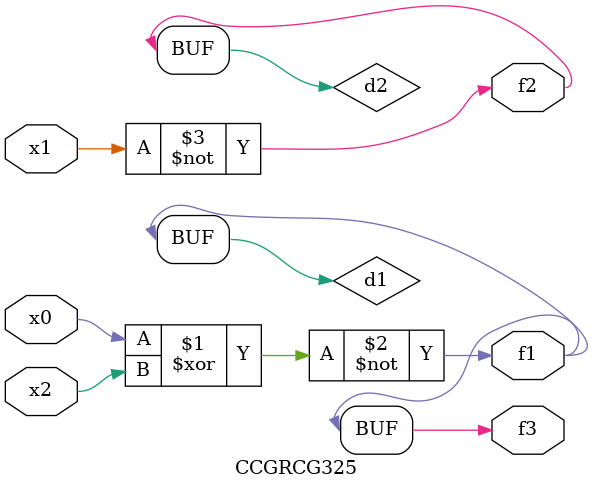
<source format=v>
module CCGRCG325(
	input x0, x1, x2,
	output f1, f2, f3
);

	wire d1, d2, d3;

	xnor (d1, x0, x2);
	nand (d2, x1);
	nor (d3, x1, x2);
	assign f1 = d1;
	assign f2 = d2;
	assign f3 = d1;
endmodule

</source>
